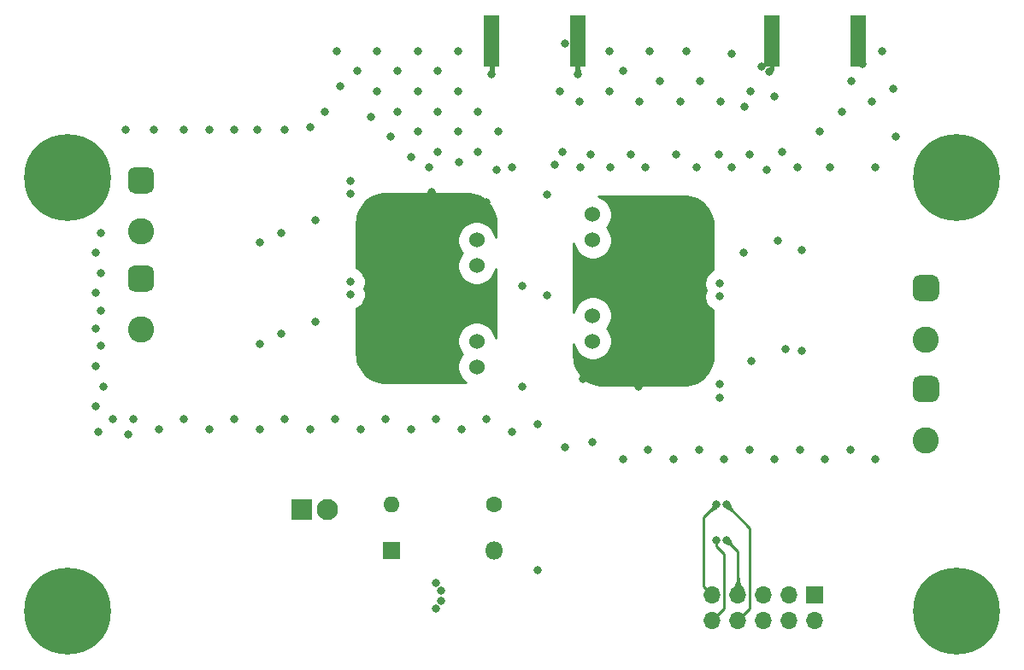
<source format=gbr>
G04 #@! TF.GenerationSoftware,KiCad,Pcbnew,5.1.6-c6e7f7d~87~ubuntu18.04.1*
G04 #@! TF.CreationDate,2021-01-06T14:43:31+00:00*
G04 #@! TF.ProjectId,multi-smtpa,6d756c74-692d-4736-9d74-70612e6b6963,rev?*
G04 #@! TF.SameCoordinates,Original*
G04 #@! TF.FileFunction,Copper,L4,Bot*
G04 #@! TF.FilePolarity,Positive*
%FSLAX46Y46*%
G04 Gerber Fmt 4.6, Leading zero omitted, Abs format (unit mm)*
G04 Created by KiCad (PCBNEW 5.1.6-c6e7f7d~87~ubuntu18.04.1) date 2021-01-06 14:43:31*
%MOMM*%
%LPD*%
G01*
G04 APERTURE LIST*
G04 #@! TA.AperFunction,ComponentPad*
%ADD10C,1.524000*%
G04 #@! TD*
G04 #@! TA.AperFunction,ComponentPad*
%ADD11O,1.700000X1.700000*%
G04 #@! TD*
G04 #@! TA.AperFunction,ComponentPad*
%ADD12R,1.700000X1.700000*%
G04 #@! TD*
G04 #@! TA.AperFunction,ComponentPad*
%ADD13O,1.600000X1.600000*%
G04 #@! TD*
G04 #@! TA.AperFunction,ComponentPad*
%ADD14C,1.600000*%
G04 #@! TD*
G04 #@! TA.AperFunction,ComponentPad*
%ADD15C,2.600000*%
G04 #@! TD*
G04 #@! TA.AperFunction,SMDPad,CuDef*
%ADD16R,1.500000X5.080000*%
G04 #@! TD*
G04 #@! TA.AperFunction,ComponentPad*
%ADD17C,0.900000*%
G04 #@! TD*
G04 #@! TA.AperFunction,ComponentPad*
%ADD18C,8.600000*%
G04 #@! TD*
G04 #@! TA.AperFunction,ComponentPad*
%ADD19C,2.100000*%
G04 #@! TD*
G04 #@! TA.AperFunction,ComponentPad*
%ADD20R,2.100000X2.100000*%
G04 #@! TD*
G04 #@! TA.AperFunction,ComponentPad*
%ADD21O,1.800000X1.800000*%
G04 #@! TD*
G04 #@! TA.AperFunction,ComponentPad*
%ADD22R,1.800000X1.800000*%
G04 #@! TD*
G04 #@! TA.AperFunction,ViaPad*
%ADD23C,0.800000*%
G04 #@! TD*
G04 #@! TA.AperFunction,Conductor*
%ADD24C,0.450000*%
G04 #@! TD*
G04 #@! TA.AperFunction,Conductor*
%ADD25C,0.250000*%
G04 #@! TD*
G04 #@! TA.AperFunction,Conductor*
%ADD26C,0.254000*%
G04 #@! TD*
G04 #@! TA.AperFunction,Conductor*
%ADD27C,0.025400*%
G04 #@! TD*
G04 APERTURE END LIST*
D10*
X158000000Y-69710000D03*
X158000000Y-72250000D03*
X168000000Y-69710000D03*
X168000000Y-72250000D03*
X168000000Y-74790000D03*
X146500000Y-74790000D03*
X146500000Y-72250000D03*
X136500000Y-74790000D03*
X136500000Y-72250000D03*
X136500000Y-69710000D03*
X146500000Y-64790000D03*
X146500000Y-62250000D03*
X136500000Y-64790000D03*
X136500000Y-62250000D03*
X136500000Y-59710000D03*
X158000000Y-59710000D03*
X158000000Y-62250000D03*
X168000000Y-59710000D03*
X168000000Y-62250000D03*
X168000000Y-64790000D03*
D11*
X169840000Y-100000000D03*
X169840000Y-97460000D03*
X172380000Y-100000000D03*
X172380000Y-97460000D03*
X174920000Y-100000000D03*
X174920000Y-97460000D03*
X177460000Y-100000000D03*
X177460000Y-97460000D03*
X180000000Y-100000000D03*
D12*
X180000000Y-97460000D03*
D13*
X138090000Y-88500000D03*
D14*
X148250000Y-88500000D03*
G04 #@! TA.AperFunction,ComponentPad*
G36*
G01*
X190350000Y-65700000D02*
X191650000Y-65700000D01*
G75*
G02*
X192300000Y-66350000I0J-650000D01*
G01*
X192300000Y-67650000D01*
G75*
G02*
X191650000Y-68300000I-650000J0D01*
G01*
X190350000Y-68300000D01*
G75*
G02*
X189700000Y-67650000I0J650000D01*
G01*
X189700000Y-66350000D01*
G75*
G02*
X190350000Y-65700000I650000J0D01*
G01*
G37*
G04 #@! TD.AperFunction*
D15*
X191000000Y-72080000D03*
G04 #@! TA.AperFunction,ComponentPad*
G36*
G01*
X190350000Y-75700000D02*
X191650000Y-75700000D01*
G75*
G02*
X192300000Y-76350000I0J-650000D01*
G01*
X192300000Y-77650000D01*
G75*
G02*
X191650000Y-78300000I-650000J0D01*
G01*
X190350000Y-78300000D01*
G75*
G02*
X189700000Y-77650000I0J650000D01*
G01*
X189700000Y-76350000D01*
G75*
G02*
X190350000Y-75700000I650000J0D01*
G01*
G37*
G04 #@! TD.AperFunction*
X191000000Y-82080000D03*
G04 #@! TA.AperFunction,ComponentPad*
G36*
G01*
X112600000Y-64750000D02*
X113900000Y-64750000D01*
G75*
G02*
X114550000Y-65400000I0J-650000D01*
G01*
X114550000Y-66700000D01*
G75*
G02*
X113900000Y-67350000I-650000J0D01*
G01*
X112600000Y-67350000D01*
G75*
G02*
X111950000Y-66700000I0J650000D01*
G01*
X111950000Y-65400000D01*
G75*
G02*
X112600000Y-64750000I650000J0D01*
G01*
G37*
G04 #@! TD.AperFunction*
X113250000Y-71130000D03*
G04 #@! TA.AperFunction,ComponentPad*
G36*
G01*
X112600000Y-55000000D02*
X113900000Y-55000000D01*
G75*
G02*
X114550000Y-55650000I0J-650000D01*
G01*
X114550000Y-56950000D01*
G75*
G02*
X113900000Y-57600000I-650000J0D01*
G01*
X112600000Y-57600000D01*
G75*
G02*
X111950000Y-56950000I0J650000D01*
G01*
X111950000Y-55650000D01*
G75*
G02*
X112600000Y-55000000I650000J0D01*
G01*
G37*
G04 #@! TD.AperFunction*
X113250000Y-61380000D03*
D16*
X184250000Y-42500000D03*
X175750000Y-42500000D03*
D17*
X108280419Y-53719581D03*
X106000000Y-52775000D03*
X103719581Y-53719581D03*
X102775000Y-56000000D03*
X103719581Y-58280419D03*
X106000000Y-59225000D03*
X108280419Y-58280419D03*
X109225000Y-56000000D03*
D18*
X106000000Y-56000000D03*
D17*
X196280419Y-53719581D03*
X194000000Y-52775000D03*
X191719581Y-53719581D03*
X190775000Y-56000000D03*
X191719581Y-58280419D03*
X194000000Y-59225000D03*
X196280419Y-58280419D03*
X197225000Y-56000000D03*
D18*
X194000000Y-56000000D03*
D17*
X108280419Y-96719581D03*
X106000000Y-95775000D03*
X103719581Y-96719581D03*
X102775000Y-99000000D03*
X103719581Y-101280419D03*
X106000000Y-102225000D03*
X108280419Y-101280419D03*
X109225000Y-99000000D03*
D18*
X106000000Y-99000000D03*
D17*
X196280419Y-96719581D03*
X194000000Y-95775000D03*
X191719581Y-96719581D03*
X190775000Y-99000000D03*
X191719581Y-101280419D03*
X194000000Y-102225000D03*
X196280419Y-101280419D03*
X197225000Y-99000000D03*
D18*
X194000000Y-99000000D03*
D16*
X148000000Y-42500000D03*
X156500000Y-42500000D03*
D19*
X131690000Y-89000000D03*
D20*
X129150000Y-89000000D03*
D21*
X148250000Y-93000000D03*
D22*
X138090000Y-93000000D03*
D23*
X184750000Y-44750000D03*
X183500000Y-83000000D03*
X186000000Y-84000000D03*
X152500000Y-80500000D03*
X155250000Y-82750000D03*
X158000000Y-82250000D03*
X173500000Y-83000000D03*
X181000000Y-84000000D03*
X178500000Y-83000000D03*
X171000000Y-84000000D03*
X168500000Y-83000000D03*
X163500000Y-83000000D03*
X176000000Y-84000000D03*
X166000000Y-84000000D03*
X161000000Y-84000000D03*
X130500000Y-70300000D03*
X173700000Y-74250000D03*
X178700000Y-73200000D03*
X172950000Y-63500000D03*
X178700000Y-63200000D03*
X151000000Y-66750000D03*
X151000000Y-76750000D03*
X153500000Y-67750000D03*
X153500000Y-57750000D03*
X147500000Y-58500000D03*
X142000000Y-57500000D03*
X157000000Y-66000000D03*
X162500000Y-66750000D03*
X157000000Y-76000000D03*
X162500000Y-76750000D03*
X142000000Y-67500000D03*
X147500000Y-68500000D03*
X152500000Y-95000000D03*
X142750000Y-63000000D03*
X142750000Y-62000000D03*
X142750000Y-72000000D03*
X142750000Y-73000000D03*
X161750000Y-72300000D03*
X161750000Y-71300000D03*
X161750000Y-62500000D03*
X161750000Y-61500000D03*
X130500000Y-60300000D03*
X140150000Y-63600000D03*
X140150000Y-73600000D03*
X164350000Y-70700000D03*
X164350000Y-60900000D03*
X166750000Y-61000000D03*
X169250000Y-61000000D03*
X166750000Y-63500000D03*
X169250000Y-63500000D03*
X169250000Y-73500000D03*
X169250000Y-71000000D03*
X166750000Y-71000000D03*
X166750000Y-73500000D03*
X135250000Y-71000000D03*
X135250000Y-73500000D03*
X137750000Y-73500000D03*
X137750000Y-71000000D03*
X135250000Y-61000000D03*
X135250000Y-63500000D03*
X137750000Y-63500000D03*
X137750000Y-61000000D03*
X156500000Y-45750000D03*
X148000000Y-45750000D03*
X132647619Y-43485000D03*
X134647619Y-45485000D03*
X136647619Y-43485000D03*
X136647619Y-47485000D03*
X138647619Y-45485000D03*
X138647619Y-49485000D03*
X140647619Y-43485000D03*
X140647619Y-47485000D03*
X140647619Y-51485000D03*
X142647619Y-45485000D03*
X142647619Y-49485000D03*
X142647619Y-53485000D03*
X144647619Y-43485000D03*
X144647619Y-47485000D03*
X144647619Y-51485000D03*
X146647619Y-49485000D03*
X146647619Y-53485000D03*
X148647619Y-51485000D03*
X156647619Y-48485000D03*
X159647619Y-43485000D03*
X159647619Y-47485000D03*
X161000000Y-45485000D03*
X162647619Y-48485000D03*
X163647619Y-43485000D03*
X164647619Y-46485000D03*
X166647619Y-48485000D03*
X168647619Y-46485000D03*
X170647619Y-48485000D03*
X176000000Y-48000000D03*
X173647619Y-47485000D03*
X173000000Y-49000000D03*
X182647619Y-49485000D03*
X183647619Y-46485000D03*
X185647619Y-48485000D03*
X186647619Y-43485000D03*
X186000000Y-55000000D03*
X188000000Y-52000000D03*
X150000000Y-55000000D03*
X140000000Y-54000000D03*
X136000000Y-50000000D03*
X133000000Y-47000000D03*
X138000000Y-52000000D03*
X112500000Y-80000000D03*
X115000000Y-81000000D03*
X117500000Y-80000000D03*
X120000000Y-81000000D03*
X122500000Y-80000000D03*
X125000000Y-81000000D03*
X127500000Y-80000000D03*
X130000000Y-81000000D03*
X132500000Y-80000000D03*
X135000000Y-81000000D03*
X137500000Y-80000000D03*
X140000000Y-81000000D03*
X142500000Y-80000000D03*
X145000000Y-81000000D03*
X147500000Y-80000000D03*
X150000000Y-81250000D03*
X180500000Y-51500000D03*
X181500000Y-55000000D03*
X178250000Y-55000000D03*
X176750000Y-53500000D03*
X173500000Y-53750000D03*
X175250000Y-55250000D03*
X171750000Y-55000000D03*
X170500000Y-53750000D03*
X168250000Y-55000000D03*
X166250000Y-53750000D03*
X163250000Y-55000000D03*
X161750000Y-53750000D03*
X159750000Y-55000000D03*
X157750000Y-53750000D03*
X156750000Y-55000000D03*
X154250000Y-54750000D03*
X155000000Y-53500000D03*
X141750000Y-55000000D03*
X148500000Y-55250000D03*
X144750000Y-54500000D03*
X155250000Y-42750000D03*
X154750000Y-47500000D03*
X167250000Y-43500000D03*
X171750000Y-43750000D03*
X174750000Y-45000000D03*
X187750000Y-47250000D03*
X111750000Y-51250000D03*
X114500000Y-51250000D03*
X117500000Y-51250000D03*
X120000000Y-51250000D03*
X122500000Y-51250000D03*
X124750000Y-51250000D03*
X127500000Y-51250000D03*
X130000000Y-51000000D03*
X131500000Y-49500000D03*
X109250000Y-61500000D03*
X108750000Y-63500000D03*
X109250000Y-65500000D03*
X108750000Y-67500000D03*
X109250000Y-69250000D03*
X108750000Y-71000000D03*
X109250000Y-72750000D03*
X108750000Y-74750000D03*
X109500000Y-76750000D03*
X108750000Y-78750000D03*
X110500000Y-80000000D03*
X109000000Y-81250000D03*
X112000000Y-81500000D03*
X125000000Y-72500000D03*
X125000000Y-62500000D03*
X175500000Y-45500000D03*
X127100000Y-71500000D03*
X177100000Y-73050000D03*
X176350000Y-62300000D03*
X127100000Y-61500000D03*
X142500000Y-96250000D03*
X143000000Y-97000000D03*
X143000000Y-98000000D03*
X142500000Y-98750000D03*
X133955900Y-66371500D03*
X133955900Y-67641500D03*
X170594100Y-67838700D03*
X170594100Y-66568700D03*
X133955900Y-56363900D03*
X133955900Y-57621200D03*
X170606800Y-77846300D03*
X170606800Y-76550900D03*
X170250000Y-92000000D03*
X170250000Y-88500000D03*
X171250000Y-88500000D03*
X171250000Y-92000000D03*
D24*
X156500000Y-42500000D02*
X156500000Y-45750000D01*
X148000000Y-45750000D02*
X148000000Y-42500000D01*
X175750000Y-42500000D02*
X175750000Y-45250000D01*
X175750000Y-45250000D02*
X175500000Y-45500000D01*
D25*
X171015001Y-93330686D02*
X170250000Y-92565685D01*
X171015001Y-98824999D02*
X171015001Y-93330686D01*
X170250000Y-92565685D02*
X170250000Y-92000000D01*
X169840000Y-100000000D02*
X171015001Y-98824999D01*
X168990001Y-96610001D02*
X168990001Y-89759999D01*
X168990001Y-89759999D02*
X170250000Y-88500000D01*
X169840000Y-97460000D02*
X168990001Y-96610001D01*
X173555001Y-90805001D02*
X171250000Y-88500000D01*
X173555001Y-98824999D02*
X173555001Y-90805001D01*
X172380000Y-100000000D02*
X173555001Y-98824999D01*
X172380000Y-93130000D02*
X171250000Y-92000000D01*
X172380000Y-97460000D02*
X172380000Y-93130000D01*
D26*
G36*
X145821646Y-57645263D02*
G01*
X146139266Y-57699228D01*
X146448818Y-57788409D01*
X146746468Y-57911700D01*
X147028421Y-58067529D01*
X147291156Y-58253951D01*
X147531376Y-58468624D01*
X147746049Y-58708844D01*
X147932471Y-58971579D01*
X148088300Y-59253532D01*
X148211591Y-59551182D01*
X148300772Y-59860734D01*
X148354737Y-60178354D01*
X148373000Y-60503560D01*
X148373000Y-61983512D01*
X148316407Y-61698999D01*
X148174010Y-61355223D01*
X147967282Y-61045833D01*
X147704167Y-60782718D01*
X147394777Y-60575990D01*
X147051001Y-60433593D01*
X146686050Y-60361000D01*
X146313950Y-60361000D01*
X145948999Y-60433593D01*
X145605223Y-60575990D01*
X145295833Y-60782718D01*
X145032718Y-61045833D01*
X144825990Y-61355223D01*
X144683593Y-61698999D01*
X144611000Y-62063950D01*
X144611000Y-62436050D01*
X144683593Y-62801001D01*
X144825990Y-63144777D01*
X145032718Y-63454167D01*
X145098551Y-63520000D01*
X145032718Y-63585833D01*
X144825990Y-63895223D01*
X144683593Y-64238999D01*
X144611000Y-64603950D01*
X144611000Y-64976050D01*
X144683593Y-65341001D01*
X144825990Y-65684777D01*
X145032718Y-65994167D01*
X145295833Y-66257282D01*
X145605223Y-66464010D01*
X145948999Y-66606407D01*
X146313950Y-66679000D01*
X146686050Y-66679000D01*
X147051001Y-66606407D01*
X147394777Y-66464010D01*
X147704167Y-66257282D01*
X147967282Y-65994167D01*
X148174010Y-65684777D01*
X148316407Y-65341001D01*
X148373000Y-65056488D01*
X148373000Y-71983512D01*
X148316407Y-71698999D01*
X148174010Y-71355223D01*
X147967282Y-71045833D01*
X147704167Y-70782718D01*
X147394777Y-70575990D01*
X147051001Y-70433593D01*
X146686050Y-70361000D01*
X146313950Y-70361000D01*
X145948999Y-70433593D01*
X145605223Y-70575990D01*
X145295833Y-70782718D01*
X145032718Y-71045833D01*
X144825990Y-71355223D01*
X144683593Y-71698999D01*
X144611000Y-72063950D01*
X144611000Y-72436050D01*
X144683593Y-72801001D01*
X144825990Y-73144777D01*
X145032718Y-73454167D01*
X145098551Y-73520000D01*
X145032718Y-73585833D01*
X144825990Y-73895223D01*
X144683593Y-74238999D01*
X144611000Y-74603950D01*
X144611000Y-74976050D01*
X144683593Y-75341001D01*
X144825990Y-75684777D01*
X145032718Y-75994167D01*
X145295833Y-76257282D01*
X145469017Y-76373000D01*
X137503560Y-76373000D01*
X137178354Y-76354737D01*
X136860734Y-76300772D01*
X136551182Y-76211591D01*
X136253532Y-76088300D01*
X135971579Y-75932471D01*
X135708844Y-75746049D01*
X135468624Y-75531376D01*
X135253951Y-75291156D01*
X135067529Y-75028421D01*
X134911700Y-74746468D01*
X134788409Y-74448818D01*
X134699228Y-74139266D01*
X134645263Y-73821646D01*
X134627000Y-73496440D01*
X134627000Y-69016335D01*
X134679206Y-68994710D01*
X134929306Y-68827599D01*
X135141999Y-68614906D01*
X135309110Y-68364806D01*
X135424219Y-68086910D01*
X135482900Y-67791896D01*
X135482900Y-67491104D01*
X135424219Y-67196090D01*
X135345688Y-67006500D01*
X135424219Y-66816910D01*
X135482900Y-66521896D01*
X135482900Y-66221104D01*
X135424219Y-65926090D01*
X135309110Y-65648194D01*
X135141999Y-65398094D01*
X134929306Y-65185401D01*
X134679206Y-65018290D01*
X134627000Y-64996665D01*
X134627000Y-60503560D01*
X134645263Y-60178354D01*
X134699228Y-59860734D01*
X134788409Y-59551182D01*
X134911700Y-59253532D01*
X135067529Y-58971579D01*
X135253951Y-58708844D01*
X135468624Y-58468624D01*
X135708844Y-58253951D01*
X135971579Y-58067529D01*
X136253532Y-57911700D01*
X136551182Y-57788409D01*
X136860734Y-57699228D01*
X137178354Y-57645263D01*
X137503560Y-57627000D01*
X145496440Y-57627000D01*
X145821646Y-57645263D01*
G37*
X145821646Y-57645263D02*
X146139266Y-57699228D01*
X146448818Y-57788409D01*
X146746468Y-57911700D01*
X147028421Y-58067529D01*
X147291156Y-58253951D01*
X147531376Y-58468624D01*
X147746049Y-58708844D01*
X147932471Y-58971579D01*
X148088300Y-59253532D01*
X148211591Y-59551182D01*
X148300772Y-59860734D01*
X148354737Y-60178354D01*
X148373000Y-60503560D01*
X148373000Y-61983512D01*
X148316407Y-61698999D01*
X148174010Y-61355223D01*
X147967282Y-61045833D01*
X147704167Y-60782718D01*
X147394777Y-60575990D01*
X147051001Y-60433593D01*
X146686050Y-60361000D01*
X146313950Y-60361000D01*
X145948999Y-60433593D01*
X145605223Y-60575990D01*
X145295833Y-60782718D01*
X145032718Y-61045833D01*
X144825990Y-61355223D01*
X144683593Y-61698999D01*
X144611000Y-62063950D01*
X144611000Y-62436050D01*
X144683593Y-62801001D01*
X144825990Y-63144777D01*
X145032718Y-63454167D01*
X145098551Y-63520000D01*
X145032718Y-63585833D01*
X144825990Y-63895223D01*
X144683593Y-64238999D01*
X144611000Y-64603950D01*
X144611000Y-64976050D01*
X144683593Y-65341001D01*
X144825990Y-65684777D01*
X145032718Y-65994167D01*
X145295833Y-66257282D01*
X145605223Y-66464010D01*
X145948999Y-66606407D01*
X146313950Y-66679000D01*
X146686050Y-66679000D01*
X147051001Y-66606407D01*
X147394777Y-66464010D01*
X147704167Y-66257282D01*
X147967282Y-65994167D01*
X148174010Y-65684777D01*
X148316407Y-65341001D01*
X148373000Y-65056488D01*
X148373000Y-71983512D01*
X148316407Y-71698999D01*
X148174010Y-71355223D01*
X147967282Y-71045833D01*
X147704167Y-70782718D01*
X147394777Y-70575990D01*
X147051001Y-70433593D01*
X146686050Y-70361000D01*
X146313950Y-70361000D01*
X145948999Y-70433593D01*
X145605223Y-70575990D01*
X145295833Y-70782718D01*
X145032718Y-71045833D01*
X144825990Y-71355223D01*
X144683593Y-71698999D01*
X144611000Y-72063950D01*
X144611000Y-72436050D01*
X144683593Y-72801001D01*
X144825990Y-73144777D01*
X145032718Y-73454167D01*
X145098551Y-73520000D01*
X145032718Y-73585833D01*
X144825990Y-73895223D01*
X144683593Y-74238999D01*
X144611000Y-74603950D01*
X144611000Y-74976050D01*
X144683593Y-75341001D01*
X144825990Y-75684777D01*
X145032718Y-75994167D01*
X145295833Y-76257282D01*
X145469017Y-76373000D01*
X137503560Y-76373000D01*
X137178354Y-76354737D01*
X136860734Y-76300772D01*
X136551182Y-76211591D01*
X136253532Y-76088300D01*
X135971579Y-75932471D01*
X135708844Y-75746049D01*
X135468624Y-75531376D01*
X135253951Y-75291156D01*
X135067529Y-75028421D01*
X134911700Y-74746468D01*
X134788409Y-74448818D01*
X134699228Y-74139266D01*
X134645263Y-73821646D01*
X134627000Y-73496440D01*
X134627000Y-69016335D01*
X134679206Y-68994710D01*
X134929306Y-68827599D01*
X135141999Y-68614906D01*
X135309110Y-68364806D01*
X135424219Y-68086910D01*
X135482900Y-67791896D01*
X135482900Y-67491104D01*
X135424219Y-67196090D01*
X135345688Y-67006500D01*
X135424219Y-66816910D01*
X135482900Y-66521896D01*
X135482900Y-66221104D01*
X135424219Y-65926090D01*
X135309110Y-65648194D01*
X135141999Y-65398094D01*
X134929306Y-65185401D01*
X134679206Y-65018290D01*
X134627000Y-64996665D01*
X134627000Y-60503560D01*
X134645263Y-60178354D01*
X134699228Y-59860734D01*
X134788409Y-59551182D01*
X134911700Y-59253532D01*
X135067529Y-58971579D01*
X135253951Y-58708844D01*
X135468624Y-58468624D01*
X135708844Y-58253951D01*
X135971579Y-58067529D01*
X136253532Y-57911700D01*
X136551182Y-57788409D01*
X136860734Y-57699228D01*
X137178354Y-57645263D01*
X137503560Y-57627000D01*
X145496440Y-57627000D01*
X145821646Y-57645263D01*
G36*
X167321646Y-57895263D02*
G01*
X167639266Y-57949228D01*
X167948818Y-58038409D01*
X168246468Y-58161700D01*
X168528421Y-58317529D01*
X168791156Y-58503951D01*
X169031376Y-58718624D01*
X169246049Y-58958844D01*
X169432471Y-59221579D01*
X169588300Y-59503532D01*
X169711591Y-59801182D01*
X169800772Y-60110734D01*
X169854737Y-60428354D01*
X169873000Y-60753560D01*
X169873000Y-65214576D01*
X169870794Y-65215490D01*
X169620694Y-65382601D01*
X169408001Y-65595294D01*
X169240890Y-65845394D01*
X169125781Y-66123290D01*
X169067100Y-66418304D01*
X169067100Y-66719096D01*
X169125781Y-67014110D01*
X169204312Y-67203700D01*
X169125781Y-67393290D01*
X169067100Y-67688304D01*
X169067100Y-67989096D01*
X169125781Y-68284110D01*
X169240890Y-68562006D01*
X169408001Y-68812106D01*
X169620694Y-69024799D01*
X169870794Y-69191910D01*
X169873000Y-69192824D01*
X169873000Y-73746440D01*
X169854737Y-74071646D01*
X169800772Y-74389266D01*
X169711591Y-74698818D01*
X169588300Y-74996468D01*
X169432471Y-75278421D01*
X169246049Y-75541156D01*
X169031376Y-75781376D01*
X168791156Y-75996049D01*
X168528421Y-76182471D01*
X168246468Y-76338300D01*
X167948818Y-76461591D01*
X167639266Y-76550772D01*
X167321646Y-76604737D01*
X166996440Y-76623000D01*
X159003560Y-76623000D01*
X158678354Y-76604737D01*
X158360734Y-76550772D01*
X158051182Y-76461591D01*
X157753532Y-76338300D01*
X157471579Y-76182471D01*
X157208844Y-75996049D01*
X156968624Y-75781376D01*
X156753951Y-75541156D01*
X156567529Y-75278421D01*
X156411700Y-74996468D01*
X156288409Y-74698818D01*
X156199228Y-74389266D01*
X156145263Y-74071646D01*
X156127000Y-73746440D01*
X156127000Y-72516488D01*
X156183593Y-72801001D01*
X156325990Y-73144777D01*
X156532718Y-73454167D01*
X156795833Y-73717282D01*
X157105223Y-73924010D01*
X157448999Y-74066407D01*
X157813950Y-74139000D01*
X158186050Y-74139000D01*
X158551001Y-74066407D01*
X158894777Y-73924010D01*
X159204167Y-73717282D01*
X159467282Y-73454167D01*
X159674010Y-73144777D01*
X159816407Y-72801001D01*
X159889000Y-72436050D01*
X159889000Y-72063950D01*
X159816407Y-71698999D01*
X159674010Y-71355223D01*
X159467282Y-71045833D01*
X159401449Y-70980000D01*
X159467282Y-70914167D01*
X159674010Y-70604777D01*
X159816407Y-70261001D01*
X159889000Y-69896050D01*
X159889000Y-69523950D01*
X159816407Y-69158999D01*
X159674010Y-68815223D01*
X159467282Y-68505833D01*
X159204167Y-68242718D01*
X158894777Y-68035990D01*
X158551001Y-67893593D01*
X158186050Y-67821000D01*
X157813950Y-67821000D01*
X157448999Y-67893593D01*
X157105223Y-68035990D01*
X156795833Y-68242718D01*
X156532718Y-68505833D01*
X156325990Y-68815223D01*
X156183593Y-69158999D01*
X156127000Y-69443512D01*
X156127000Y-62516488D01*
X156183593Y-62801001D01*
X156325990Y-63144777D01*
X156532718Y-63454167D01*
X156795833Y-63717282D01*
X157105223Y-63924010D01*
X157448999Y-64066407D01*
X157813950Y-64139000D01*
X158186050Y-64139000D01*
X158551001Y-64066407D01*
X158894777Y-63924010D01*
X159204167Y-63717282D01*
X159467282Y-63454167D01*
X159674010Y-63144777D01*
X159816407Y-62801001D01*
X159889000Y-62436050D01*
X159889000Y-62063950D01*
X159816407Y-61698999D01*
X159674010Y-61355223D01*
X159467282Y-61045833D01*
X159401449Y-60980000D01*
X159467282Y-60914167D01*
X159674010Y-60604777D01*
X159816407Y-60261001D01*
X159889000Y-59896050D01*
X159889000Y-59523950D01*
X159816407Y-59158999D01*
X159674010Y-58815223D01*
X159467282Y-58505833D01*
X159204167Y-58242718D01*
X158894777Y-58035990D01*
X158590904Y-57910121D01*
X158678354Y-57895263D01*
X159003560Y-57877000D01*
X166996440Y-57877000D01*
X167321646Y-57895263D01*
G37*
X167321646Y-57895263D02*
X167639266Y-57949228D01*
X167948818Y-58038409D01*
X168246468Y-58161700D01*
X168528421Y-58317529D01*
X168791156Y-58503951D01*
X169031376Y-58718624D01*
X169246049Y-58958844D01*
X169432471Y-59221579D01*
X169588300Y-59503532D01*
X169711591Y-59801182D01*
X169800772Y-60110734D01*
X169854737Y-60428354D01*
X169873000Y-60753560D01*
X169873000Y-65214576D01*
X169870794Y-65215490D01*
X169620694Y-65382601D01*
X169408001Y-65595294D01*
X169240890Y-65845394D01*
X169125781Y-66123290D01*
X169067100Y-66418304D01*
X169067100Y-66719096D01*
X169125781Y-67014110D01*
X169204312Y-67203700D01*
X169125781Y-67393290D01*
X169067100Y-67688304D01*
X169067100Y-67989096D01*
X169125781Y-68284110D01*
X169240890Y-68562006D01*
X169408001Y-68812106D01*
X169620694Y-69024799D01*
X169870794Y-69191910D01*
X169873000Y-69192824D01*
X169873000Y-73746440D01*
X169854737Y-74071646D01*
X169800772Y-74389266D01*
X169711591Y-74698818D01*
X169588300Y-74996468D01*
X169432471Y-75278421D01*
X169246049Y-75541156D01*
X169031376Y-75781376D01*
X168791156Y-75996049D01*
X168528421Y-76182471D01*
X168246468Y-76338300D01*
X167948818Y-76461591D01*
X167639266Y-76550772D01*
X167321646Y-76604737D01*
X166996440Y-76623000D01*
X159003560Y-76623000D01*
X158678354Y-76604737D01*
X158360734Y-76550772D01*
X158051182Y-76461591D01*
X157753532Y-76338300D01*
X157471579Y-76182471D01*
X157208844Y-75996049D01*
X156968624Y-75781376D01*
X156753951Y-75541156D01*
X156567529Y-75278421D01*
X156411700Y-74996468D01*
X156288409Y-74698818D01*
X156199228Y-74389266D01*
X156145263Y-74071646D01*
X156127000Y-73746440D01*
X156127000Y-72516488D01*
X156183593Y-72801001D01*
X156325990Y-73144777D01*
X156532718Y-73454167D01*
X156795833Y-73717282D01*
X157105223Y-73924010D01*
X157448999Y-74066407D01*
X157813950Y-74139000D01*
X158186050Y-74139000D01*
X158551001Y-74066407D01*
X158894777Y-73924010D01*
X159204167Y-73717282D01*
X159467282Y-73454167D01*
X159674010Y-73144777D01*
X159816407Y-72801001D01*
X159889000Y-72436050D01*
X159889000Y-72063950D01*
X159816407Y-71698999D01*
X159674010Y-71355223D01*
X159467282Y-71045833D01*
X159401449Y-70980000D01*
X159467282Y-70914167D01*
X159674010Y-70604777D01*
X159816407Y-70261001D01*
X159889000Y-69896050D01*
X159889000Y-69523950D01*
X159816407Y-69158999D01*
X159674010Y-68815223D01*
X159467282Y-68505833D01*
X159204167Y-68242718D01*
X158894777Y-68035990D01*
X158551001Y-67893593D01*
X158186050Y-67821000D01*
X157813950Y-67821000D01*
X157448999Y-67893593D01*
X157105223Y-68035990D01*
X156795833Y-68242718D01*
X156532718Y-68505833D01*
X156325990Y-68815223D01*
X156183593Y-69158999D01*
X156127000Y-69443512D01*
X156127000Y-62516488D01*
X156183593Y-62801001D01*
X156325990Y-63144777D01*
X156532718Y-63454167D01*
X156795833Y-63717282D01*
X157105223Y-63924010D01*
X157448999Y-64066407D01*
X157813950Y-64139000D01*
X158186050Y-64139000D01*
X158551001Y-64066407D01*
X158894777Y-63924010D01*
X159204167Y-63717282D01*
X159467282Y-63454167D01*
X159674010Y-63144777D01*
X159816407Y-62801001D01*
X159889000Y-62436050D01*
X159889000Y-62063950D01*
X159816407Y-61698999D01*
X159674010Y-61355223D01*
X159467282Y-61045833D01*
X159401449Y-60980000D01*
X159467282Y-60914167D01*
X159674010Y-60604777D01*
X159816407Y-60261001D01*
X159889000Y-59896050D01*
X159889000Y-59523950D01*
X159816407Y-59158999D01*
X159674010Y-58815223D01*
X159467282Y-58505833D01*
X159204167Y-58242718D01*
X158894777Y-58035990D01*
X158590904Y-57910121D01*
X158678354Y-57895263D01*
X159003560Y-57877000D01*
X166996440Y-57877000D01*
X167321646Y-57895263D01*
D27*
G36*
X156702522Y-44972619D02*
G01*
X156712590Y-44996605D01*
X156712714Y-45016497D01*
X156712715Y-45016589D01*
X156713296Y-45059790D01*
X156713298Y-45059881D01*
X156713955Y-45091699D01*
X156713958Y-45091811D01*
X156715519Y-45144747D01*
X156715522Y-45144859D01*
X156716037Y-45158308D01*
X156716043Y-45158449D01*
X156719189Y-45222114D01*
X156719197Y-45222253D01*
X156719439Y-45226259D01*
X156719451Y-45226441D01*
X156723609Y-45282000D01*
X156723624Y-45282181D01*
X156723978Y-45286149D01*
X156724002Y-45286389D01*
X156729148Y-45333856D01*
X156729177Y-45334098D01*
X156729676Y-45338001D01*
X156729723Y-45338333D01*
X156735824Y-45377733D01*
X156735880Y-45378066D01*
X156736570Y-45381854D01*
X156736669Y-45382346D01*
X156743679Y-45413732D01*
X156743799Y-45414221D01*
X156744745Y-45417786D01*
X156744976Y-45418558D01*
X156752830Y-45442036D01*
X156753111Y-45442794D01*
X156754364Y-45445873D01*
X156754981Y-45447174D01*
X156762221Y-45460428D01*
X156762611Y-45469078D01*
X156629834Y-45699379D01*
X156574266Y-45754996D01*
X156500000Y-45774908D01*
X156425734Y-45754996D01*
X156370166Y-45699379D01*
X156237388Y-45469078D01*
X156237779Y-45460427D01*
X156245018Y-45447173D01*
X156245635Y-45445873D01*
X156246888Y-45442794D01*
X156247169Y-45442036D01*
X156255023Y-45418558D01*
X156255254Y-45417786D01*
X156256200Y-45414221D01*
X156256320Y-45413732D01*
X156263330Y-45382346D01*
X156263429Y-45381854D01*
X156264119Y-45378066D01*
X156264175Y-45377733D01*
X156270276Y-45338333D01*
X156270324Y-45338000D01*
X156270823Y-45334096D01*
X156270851Y-45333855D01*
X156275997Y-45286389D01*
X156276021Y-45286149D01*
X156276375Y-45282181D01*
X156276390Y-45282000D01*
X156280548Y-45226441D01*
X156280560Y-45226259D01*
X156280802Y-45222253D01*
X156280810Y-45222114D01*
X156283956Y-45158449D01*
X156283962Y-45158308D01*
X156284477Y-45144859D01*
X156284480Y-45144747D01*
X156286041Y-45091811D01*
X156286044Y-45091699D01*
X156286701Y-45059864D01*
X156286703Y-45059773D01*
X156287284Y-45016606D01*
X156287285Y-45016515D01*
X156287410Y-44996605D01*
X156297477Y-44972619D01*
X156321529Y-44962700D01*
X156678471Y-44962700D01*
X156702522Y-44972619D01*
G37*
X156702522Y-44972619D02*
X156712590Y-44996605D01*
X156712714Y-45016497D01*
X156712715Y-45016589D01*
X156713296Y-45059790D01*
X156713298Y-45059881D01*
X156713955Y-45091699D01*
X156713958Y-45091811D01*
X156715519Y-45144747D01*
X156715522Y-45144859D01*
X156716037Y-45158308D01*
X156716043Y-45158449D01*
X156719189Y-45222114D01*
X156719197Y-45222253D01*
X156719439Y-45226259D01*
X156719451Y-45226441D01*
X156723609Y-45282000D01*
X156723624Y-45282181D01*
X156723978Y-45286149D01*
X156724002Y-45286389D01*
X156729148Y-45333856D01*
X156729177Y-45334098D01*
X156729676Y-45338001D01*
X156729723Y-45338333D01*
X156735824Y-45377733D01*
X156735880Y-45378066D01*
X156736570Y-45381854D01*
X156736669Y-45382346D01*
X156743679Y-45413732D01*
X156743799Y-45414221D01*
X156744745Y-45417786D01*
X156744976Y-45418558D01*
X156752830Y-45442036D01*
X156753111Y-45442794D01*
X156754364Y-45445873D01*
X156754981Y-45447174D01*
X156762221Y-45460428D01*
X156762611Y-45469078D01*
X156629834Y-45699379D01*
X156574266Y-45754996D01*
X156500000Y-45774908D01*
X156425734Y-45754996D01*
X156370166Y-45699379D01*
X156237388Y-45469078D01*
X156237779Y-45460427D01*
X156245018Y-45447173D01*
X156245635Y-45445873D01*
X156246888Y-45442794D01*
X156247169Y-45442036D01*
X156255023Y-45418558D01*
X156255254Y-45417786D01*
X156256200Y-45414221D01*
X156256320Y-45413732D01*
X156263330Y-45382346D01*
X156263429Y-45381854D01*
X156264119Y-45378066D01*
X156264175Y-45377733D01*
X156270276Y-45338333D01*
X156270324Y-45338000D01*
X156270823Y-45334096D01*
X156270851Y-45333855D01*
X156275997Y-45286389D01*
X156276021Y-45286149D01*
X156276375Y-45282181D01*
X156276390Y-45282000D01*
X156280548Y-45226441D01*
X156280560Y-45226259D01*
X156280802Y-45222253D01*
X156280810Y-45222114D01*
X156283956Y-45158449D01*
X156283962Y-45158308D01*
X156284477Y-45144859D01*
X156284480Y-45144747D01*
X156286041Y-45091811D01*
X156286044Y-45091699D01*
X156286701Y-45059864D01*
X156286703Y-45059773D01*
X156287284Y-45016606D01*
X156287285Y-45016515D01*
X156287410Y-44996605D01*
X156297477Y-44972619D01*
X156321529Y-44962700D01*
X156678471Y-44962700D01*
X156702522Y-44972619D01*
G36*
X156599278Y-42459055D02*
G01*
X156686567Y-42509487D01*
X156752054Y-42587611D01*
X156991850Y-43003535D01*
X156997988Y-43032679D01*
X156985604Y-43060161D01*
X156933258Y-43124380D01*
X156932834Y-43124930D01*
X156932232Y-43125757D01*
X156931857Y-43126301D01*
X156884618Y-43198850D01*
X156884271Y-43199415D01*
X156883510Y-43200729D01*
X156883220Y-43201258D01*
X156842039Y-43280858D01*
X156841773Y-43281405D01*
X156840954Y-43283193D01*
X156840733Y-43283703D01*
X156805525Y-43370393D01*
X156805328Y-43370911D01*
X156804536Y-43373135D01*
X156804377Y-43373611D01*
X156775079Y-43467443D01*
X156774939Y-43467926D01*
X156774237Y-43470533D01*
X156774128Y-43470966D01*
X156750700Y-43571996D01*
X156750607Y-43572436D01*
X156750035Y-43575371D01*
X156749964Y-43575765D01*
X156732382Y-43684046D01*
X156732324Y-43684441D01*
X156731906Y-43687650D01*
X156731865Y-43688006D01*
X156720117Y-43803590D01*
X156720086Y-43803944D01*
X156719834Y-43807376D01*
X156719815Y-43807695D01*
X156713898Y-43930621D01*
X156713886Y-43930941D01*
X156713860Y-43932068D01*
X156696854Y-43971199D01*
X156657342Y-43987300D01*
X156342658Y-43987300D01*
X156303146Y-43971199D01*
X156286140Y-43932068D01*
X156286114Y-43930941D01*
X156286102Y-43930621D01*
X156280185Y-43807695D01*
X156280166Y-43807376D01*
X156279914Y-43803944D01*
X156279883Y-43803590D01*
X156268135Y-43688006D01*
X156268094Y-43687650D01*
X156267676Y-43684441D01*
X156267618Y-43684046D01*
X156250036Y-43575765D01*
X156249965Y-43575371D01*
X156249393Y-43572436D01*
X156249300Y-43571996D01*
X156225872Y-43470966D01*
X156225763Y-43470533D01*
X156225061Y-43467926D01*
X156224921Y-43467443D01*
X156195623Y-43373611D01*
X156195464Y-43373135D01*
X156194672Y-43370911D01*
X156194475Y-43370393D01*
X156159267Y-43283703D01*
X156159046Y-43283193D01*
X156158227Y-43281405D01*
X156157961Y-43280858D01*
X156116780Y-43201258D01*
X156116490Y-43200729D01*
X156115729Y-43199415D01*
X156115382Y-43198850D01*
X156068143Y-43126301D01*
X156067768Y-43125757D01*
X156067166Y-43124930D01*
X156066742Y-43124380D01*
X156014396Y-43060161D01*
X156002012Y-43032679D01*
X156008150Y-43003535D01*
X156247946Y-42587611D01*
X156313433Y-42509487D01*
X156400722Y-42459055D01*
X156500000Y-42441538D01*
X156599278Y-42459055D01*
G37*
X156599278Y-42459055D02*
X156686567Y-42509487D01*
X156752054Y-42587611D01*
X156991850Y-43003535D01*
X156997988Y-43032679D01*
X156985604Y-43060161D01*
X156933258Y-43124380D01*
X156932834Y-43124930D01*
X156932232Y-43125757D01*
X156931857Y-43126301D01*
X156884618Y-43198850D01*
X156884271Y-43199415D01*
X156883510Y-43200729D01*
X156883220Y-43201258D01*
X156842039Y-43280858D01*
X156841773Y-43281405D01*
X156840954Y-43283193D01*
X156840733Y-43283703D01*
X156805525Y-43370393D01*
X156805328Y-43370911D01*
X156804536Y-43373135D01*
X156804377Y-43373611D01*
X156775079Y-43467443D01*
X156774939Y-43467926D01*
X156774237Y-43470533D01*
X156774128Y-43470966D01*
X156750700Y-43571996D01*
X156750607Y-43572436D01*
X156750035Y-43575371D01*
X156749964Y-43575765D01*
X156732382Y-43684046D01*
X156732324Y-43684441D01*
X156731906Y-43687650D01*
X156731865Y-43688006D01*
X156720117Y-43803590D01*
X156720086Y-43803944D01*
X156719834Y-43807376D01*
X156719815Y-43807695D01*
X156713898Y-43930621D01*
X156713886Y-43930941D01*
X156713860Y-43932068D01*
X156696854Y-43971199D01*
X156657342Y-43987300D01*
X156342658Y-43987300D01*
X156303146Y-43971199D01*
X156286140Y-43932068D01*
X156286114Y-43930941D01*
X156286102Y-43930621D01*
X156280185Y-43807695D01*
X156280166Y-43807376D01*
X156279914Y-43803944D01*
X156279883Y-43803590D01*
X156268135Y-43688006D01*
X156268094Y-43687650D01*
X156267676Y-43684441D01*
X156267618Y-43684046D01*
X156250036Y-43575765D01*
X156249965Y-43575371D01*
X156249393Y-43572436D01*
X156249300Y-43571996D01*
X156225872Y-43470966D01*
X156225763Y-43470533D01*
X156225061Y-43467926D01*
X156224921Y-43467443D01*
X156195623Y-43373611D01*
X156195464Y-43373135D01*
X156194672Y-43370911D01*
X156194475Y-43370393D01*
X156159267Y-43283703D01*
X156159046Y-43283193D01*
X156158227Y-43281405D01*
X156157961Y-43280858D01*
X156116780Y-43201258D01*
X156116490Y-43200729D01*
X156115729Y-43199415D01*
X156115382Y-43198850D01*
X156068143Y-43126301D01*
X156067768Y-43125757D01*
X156067166Y-43124930D01*
X156066742Y-43124380D01*
X156014396Y-43060161D01*
X156002012Y-43032679D01*
X156008150Y-43003535D01*
X156247946Y-42587611D01*
X156313433Y-42509487D01*
X156400722Y-42459055D01*
X156500000Y-42441538D01*
X156599278Y-42459055D01*
G36*
X148202522Y-44972619D02*
G01*
X148212590Y-44996605D01*
X148212714Y-45016497D01*
X148212715Y-45016589D01*
X148213296Y-45059790D01*
X148213298Y-45059881D01*
X148213955Y-45091699D01*
X148213958Y-45091811D01*
X148215519Y-45144747D01*
X148215522Y-45144859D01*
X148216037Y-45158308D01*
X148216043Y-45158449D01*
X148219189Y-45222114D01*
X148219197Y-45222253D01*
X148219439Y-45226259D01*
X148219451Y-45226441D01*
X148223609Y-45282000D01*
X148223624Y-45282181D01*
X148223978Y-45286149D01*
X148224002Y-45286389D01*
X148229148Y-45333856D01*
X148229177Y-45334098D01*
X148229676Y-45338001D01*
X148229723Y-45338333D01*
X148235824Y-45377733D01*
X148235880Y-45378066D01*
X148236570Y-45381854D01*
X148236669Y-45382346D01*
X148243679Y-45413732D01*
X148243799Y-45414221D01*
X148244745Y-45417786D01*
X148244976Y-45418558D01*
X148252830Y-45442036D01*
X148253111Y-45442794D01*
X148254364Y-45445873D01*
X148254981Y-45447174D01*
X148262221Y-45460428D01*
X148262611Y-45469078D01*
X148129834Y-45699379D01*
X148074266Y-45754996D01*
X148000000Y-45774908D01*
X147925734Y-45754996D01*
X147870166Y-45699379D01*
X147737388Y-45469078D01*
X147737779Y-45460427D01*
X147745018Y-45447173D01*
X147745635Y-45445873D01*
X147746888Y-45442794D01*
X147747169Y-45442036D01*
X147755023Y-45418558D01*
X147755254Y-45417786D01*
X147756200Y-45414221D01*
X147756320Y-45413732D01*
X147763330Y-45382346D01*
X147763429Y-45381854D01*
X147764119Y-45378066D01*
X147764175Y-45377733D01*
X147770276Y-45338333D01*
X147770324Y-45338000D01*
X147770823Y-45334096D01*
X147770851Y-45333855D01*
X147775997Y-45286389D01*
X147776021Y-45286149D01*
X147776375Y-45282181D01*
X147776390Y-45282000D01*
X147780548Y-45226441D01*
X147780560Y-45226259D01*
X147780802Y-45222253D01*
X147780810Y-45222114D01*
X147783956Y-45158449D01*
X147783962Y-45158308D01*
X147784477Y-45144859D01*
X147784480Y-45144747D01*
X147786041Y-45091811D01*
X147786044Y-45091699D01*
X147786701Y-45059864D01*
X147786703Y-45059773D01*
X147787284Y-45016606D01*
X147787285Y-45016515D01*
X147787410Y-44996605D01*
X147797477Y-44972619D01*
X147821529Y-44962700D01*
X148178471Y-44962700D01*
X148202522Y-44972619D01*
G37*
X148202522Y-44972619D02*
X148212590Y-44996605D01*
X148212714Y-45016497D01*
X148212715Y-45016589D01*
X148213296Y-45059790D01*
X148213298Y-45059881D01*
X148213955Y-45091699D01*
X148213958Y-45091811D01*
X148215519Y-45144747D01*
X148215522Y-45144859D01*
X148216037Y-45158308D01*
X148216043Y-45158449D01*
X148219189Y-45222114D01*
X148219197Y-45222253D01*
X148219439Y-45226259D01*
X148219451Y-45226441D01*
X148223609Y-45282000D01*
X148223624Y-45282181D01*
X148223978Y-45286149D01*
X148224002Y-45286389D01*
X148229148Y-45333856D01*
X148229177Y-45334098D01*
X148229676Y-45338001D01*
X148229723Y-45338333D01*
X148235824Y-45377733D01*
X148235880Y-45378066D01*
X148236570Y-45381854D01*
X148236669Y-45382346D01*
X148243679Y-45413732D01*
X148243799Y-45414221D01*
X148244745Y-45417786D01*
X148244976Y-45418558D01*
X148252830Y-45442036D01*
X148253111Y-45442794D01*
X148254364Y-45445873D01*
X148254981Y-45447174D01*
X148262221Y-45460428D01*
X148262611Y-45469078D01*
X148129834Y-45699379D01*
X148074266Y-45754996D01*
X148000000Y-45774908D01*
X147925734Y-45754996D01*
X147870166Y-45699379D01*
X147737388Y-45469078D01*
X147737779Y-45460427D01*
X147745018Y-45447173D01*
X147745635Y-45445873D01*
X147746888Y-45442794D01*
X147747169Y-45442036D01*
X147755023Y-45418558D01*
X147755254Y-45417786D01*
X147756200Y-45414221D01*
X147756320Y-45413732D01*
X147763330Y-45382346D01*
X147763429Y-45381854D01*
X147764119Y-45378066D01*
X147764175Y-45377733D01*
X147770276Y-45338333D01*
X147770324Y-45338000D01*
X147770823Y-45334096D01*
X147770851Y-45333855D01*
X147775997Y-45286389D01*
X147776021Y-45286149D01*
X147776375Y-45282181D01*
X147776390Y-45282000D01*
X147780548Y-45226441D01*
X147780560Y-45226259D01*
X147780802Y-45222253D01*
X147780810Y-45222114D01*
X147783956Y-45158449D01*
X147783962Y-45158308D01*
X147784477Y-45144859D01*
X147784480Y-45144747D01*
X147786041Y-45091811D01*
X147786044Y-45091699D01*
X147786701Y-45059864D01*
X147786703Y-45059773D01*
X147787284Y-45016606D01*
X147787285Y-45016515D01*
X147787410Y-44996605D01*
X147797477Y-44972619D01*
X147821529Y-44962700D01*
X148178471Y-44962700D01*
X148202522Y-44972619D01*
G36*
X148099278Y-42459055D02*
G01*
X148186567Y-42509487D01*
X148252054Y-42587611D01*
X148491850Y-43003535D01*
X148497988Y-43032679D01*
X148485604Y-43060161D01*
X148433258Y-43124380D01*
X148432834Y-43124930D01*
X148432232Y-43125757D01*
X148431857Y-43126301D01*
X148384618Y-43198850D01*
X148384271Y-43199415D01*
X148383510Y-43200729D01*
X148383220Y-43201258D01*
X148342039Y-43280858D01*
X148341773Y-43281405D01*
X148340954Y-43283193D01*
X148340733Y-43283703D01*
X148305525Y-43370393D01*
X148305328Y-43370911D01*
X148304536Y-43373135D01*
X148304377Y-43373611D01*
X148275079Y-43467443D01*
X148274939Y-43467926D01*
X148274237Y-43470533D01*
X148274128Y-43470966D01*
X148250700Y-43571996D01*
X148250607Y-43572436D01*
X148250035Y-43575371D01*
X148249964Y-43575765D01*
X148232382Y-43684046D01*
X148232324Y-43684441D01*
X148231906Y-43687650D01*
X148231865Y-43688006D01*
X148220117Y-43803590D01*
X148220086Y-43803944D01*
X148219834Y-43807376D01*
X148219815Y-43807695D01*
X148213898Y-43930621D01*
X148213886Y-43930941D01*
X148213860Y-43932068D01*
X148196854Y-43971199D01*
X148157342Y-43987300D01*
X147842658Y-43987300D01*
X147803146Y-43971199D01*
X147786140Y-43932068D01*
X147786114Y-43930941D01*
X147786102Y-43930621D01*
X147780185Y-43807695D01*
X147780166Y-43807376D01*
X147779914Y-43803944D01*
X147779883Y-43803590D01*
X147768135Y-43688006D01*
X147768094Y-43687650D01*
X147767676Y-43684441D01*
X147767618Y-43684046D01*
X147750036Y-43575765D01*
X147749965Y-43575371D01*
X147749393Y-43572436D01*
X147749300Y-43571996D01*
X147725872Y-43470966D01*
X147725763Y-43470533D01*
X147725061Y-43467926D01*
X147724921Y-43467443D01*
X147695623Y-43373611D01*
X147695464Y-43373135D01*
X147694672Y-43370911D01*
X147694475Y-43370393D01*
X147659267Y-43283703D01*
X147659046Y-43283193D01*
X147658227Y-43281405D01*
X147657961Y-43280858D01*
X147616780Y-43201258D01*
X147616490Y-43200729D01*
X147615729Y-43199415D01*
X147615382Y-43198850D01*
X147568143Y-43126301D01*
X147567768Y-43125757D01*
X147567166Y-43124930D01*
X147566742Y-43124380D01*
X147514396Y-43060161D01*
X147502012Y-43032679D01*
X147508150Y-43003535D01*
X147747946Y-42587611D01*
X147813433Y-42509487D01*
X147900722Y-42459055D01*
X148000000Y-42441538D01*
X148099278Y-42459055D01*
G37*
X148099278Y-42459055D02*
X148186567Y-42509487D01*
X148252054Y-42587611D01*
X148491850Y-43003535D01*
X148497988Y-43032679D01*
X148485604Y-43060161D01*
X148433258Y-43124380D01*
X148432834Y-43124930D01*
X148432232Y-43125757D01*
X148431857Y-43126301D01*
X148384618Y-43198850D01*
X148384271Y-43199415D01*
X148383510Y-43200729D01*
X148383220Y-43201258D01*
X148342039Y-43280858D01*
X148341773Y-43281405D01*
X148340954Y-43283193D01*
X148340733Y-43283703D01*
X148305525Y-43370393D01*
X148305328Y-43370911D01*
X148304536Y-43373135D01*
X148304377Y-43373611D01*
X148275079Y-43467443D01*
X148274939Y-43467926D01*
X148274237Y-43470533D01*
X148274128Y-43470966D01*
X148250700Y-43571996D01*
X148250607Y-43572436D01*
X148250035Y-43575371D01*
X148249964Y-43575765D01*
X148232382Y-43684046D01*
X148232324Y-43684441D01*
X148231906Y-43687650D01*
X148231865Y-43688006D01*
X148220117Y-43803590D01*
X148220086Y-43803944D01*
X148219834Y-43807376D01*
X148219815Y-43807695D01*
X148213898Y-43930621D01*
X148213886Y-43930941D01*
X148213860Y-43932068D01*
X148196854Y-43971199D01*
X148157342Y-43987300D01*
X147842658Y-43987300D01*
X147803146Y-43971199D01*
X147786140Y-43932068D01*
X147786114Y-43930941D01*
X147786102Y-43930621D01*
X147780185Y-43807695D01*
X147780166Y-43807376D01*
X147779914Y-43803944D01*
X147779883Y-43803590D01*
X147768135Y-43688006D01*
X147768094Y-43687650D01*
X147767676Y-43684441D01*
X147767618Y-43684046D01*
X147750036Y-43575765D01*
X147749965Y-43575371D01*
X147749393Y-43572436D01*
X147749300Y-43571996D01*
X147725872Y-43470966D01*
X147725763Y-43470533D01*
X147725061Y-43467926D01*
X147724921Y-43467443D01*
X147695623Y-43373611D01*
X147695464Y-43373135D01*
X147694672Y-43370911D01*
X147694475Y-43370393D01*
X147659267Y-43283703D01*
X147659046Y-43283193D01*
X147658227Y-43281405D01*
X147657961Y-43280858D01*
X147616780Y-43201258D01*
X147616490Y-43200729D01*
X147615729Y-43199415D01*
X147615382Y-43198850D01*
X147568143Y-43126301D01*
X147567768Y-43125757D01*
X147567166Y-43124930D01*
X147566742Y-43124380D01*
X147514396Y-43060161D01*
X147502012Y-43032679D01*
X147508150Y-43003535D01*
X147747946Y-42587611D01*
X147813433Y-42509487D01*
X147900722Y-42459055D01*
X148000000Y-42441538D01*
X148099278Y-42459055D01*
G36*
X170267613Y-88482387D02*
G01*
X170306047Y-88548981D01*
X170306012Y-88627602D01*
X170240496Y-88871515D01*
X170219040Y-88888820D01*
X170179223Y-88893052D01*
X170178521Y-88893147D01*
X170177865Y-88893254D01*
X170177191Y-88893382D01*
X170133119Y-88903037D01*
X170132464Y-88903199D01*
X170131560Y-88903448D01*
X170130974Y-88903625D01*
X170086315Y-88918276D01*
X170085738Y-88918481D01*
X170084637Y-88918902D01*
X170084122Y-88919112D01*
X170038827Y-88938745D01*
X170038323Y-88938976D01*
X170037073Y-88939584D01*
X170036634Y-88939809D01*
X169990655Y-88964425D01*
X169990220Y-88964668D01*
X169988869Y-88965461D01*
X169988497Y-88965688D01*
X169941799Y-88995298D01*
X169941433Y-88995540D01*
X169940017Y-88996508D01*
X169939699Y-88996732D01*
X169892254Y-89031348D01*
X169891941Y-89031584D01*
X169890487Y-89032715D01*
X169890220Y-89032929D01*
X169842004Y-89072569D01*
X169841741Y-89072791D01*
X169840273Y-89074066D01*
X169840044Y-89074270D01*
X169793200Y-89116984D01*
X169753133Y-89116543D01*
X169633457Y-88996867D01*
X169633016Y-88956801D01*
X169675730Y-88909955D01*
X169675933Y-88909726D01*
X169677208Y-88908258D01*
X169677430Y-88907995D01*
X169717071Y-88859779D01*
X169717289Y-88859507D01*
X169718419Y-88858053D01*
X169718651Y-88857745D01*
X169753267Y-88810300D01*
X169753491Y-88809982D01*
X169754459Y-88808566D01*
X169754701Y-88808200D01*
X169784311Y-88761502D01*
X169784538Y-88761130D01*
X169785331Y-88759779D01*
X169785574Y-88759344D01*
X169810191Y-88713365D01*
X169810419Y-88712919D01*
X169811026Y-88711669D01*
X169811254Y-88711172D01*
X169830887Y-88665877D01*
X169831097Y-88665362D01*
X169831518Y-88664261D01*
X169831723Y-88663684D01*
X169846374Y-88619025D01*
X169846551Y-88618439D01*
X169846800Y-88617535D01*
X169846962Y-88616880D01*
X169856617Y-88572808D01*
X169856745Y-88572134D01*
X169856852Y-88571478D01*
X169856947Y-88570777D01*
X169861180Y-88530960D01*
X169878485Y-88509504D01*
X170122398Y-88443989D01*
X170201019Y-88443953D01*
X170267613Y-88482387D01*
G37*
X170267613Y-88482387D02*
X170306047Y-88548981D01*
X170306012Y-88627602D01*
X170240496Y-88871515D01*
X170219040Y-88888820D01*
X170179223Y-88893052D01*
X170178521Y-88893147D01*
X170177865Y-88893254D01*
X170177191Y-88893382D01*
X170133119Y-88903037D01*
X170132464Y-88903199D01*
X170131560Y-88903448D01*
X170130974Y-88903625D01*
X170086315Y-88918276D01*
X170085738Y-88918481D01*
X170084637Y-88918902D01*
X170084122Y-88919112D01*
X170038827Y-88938745D01*
X170038323Y-88938976D01*
X170037073Y-88939584D01*
X170036634Y-88939809D01*
X169990655Y-88964425D01*
X169990220Y-88964668D01*
X169988869Y-88965461D01*
X169988497Y-88965688D01*
X169941799Y-88995298D01*
X169941433Y-88995540D01*
X169940017Y-88996508D01*
X169939699Y-88996732D01*
X169892254Y-89031348D01*
X169891941Y-89031584D01*
X169890487Y-89032715D01*
X169890220Y-89032929D01*
X169842004Y-89072569D01*
X169841741Y-89072791D01*
X169840273Y-89074066D01*
X169840044Y-89074270D01*
X169793200Y-89116984D01*
X169753133Y-89116543D01*
X169633457Y-88996867D01*
X169633016Y-88956801D01*
X169675730Y-88909955D01*
X169675933Y-88909726D01*
X169677208Y-88908258D01*
X169677430Y-88907995D01*
X169717071Y-88859779D01*
X169717289Y-88859507D01*
X169718419Y-88858053D01*
X169718651Y-88857745D01*
X169753267Y-88810300D01*
X169753491Y-88809982D01*
X169754459Y-88808566D01*
X169754701Y-88808200D01*
X169784311Y-88761502D01*
X169784538Y-88761130D01*
X169785331Y-88759779D01*
X169785574Y-88759344D01*
X169810191Y-88713365D01*
X169810419Y-88712919D01*
X169811026Y-88711669D01*
X169811254Y-88711172D01*
X169830887Y-88665877D01*
X169831097Y-88665362D01*
X169831518Y-88664261D01*
X169831723Y-88663684D01*
X169846374Y-88619025D01*
X169846551Y-88618439D01*
X169846800Y-88617535D01*
X169846962Y-88616880D01*
X169856617Y-88572808D01*
X169856745Y-88572134D01*
X169856852Y-88571478D01*
X169856947Y-88570777D01*
X169861180Y-88530960D01*
X169878485Y-88509504D01*
X170122398Y-88443989D01*
X170201019Y-88443953D01*
X170267613Y-88482387D01*
G36*
X171377602Y-88443989D02*
G01*
X171621515Y-88509504D01*
X171638820Y-88530960D01*
X171643052Y-88570776D01*
X171643150Y-88571497D01*
X171643258Y-88572153D01*
X171643383Y-88572808D01*
X171653037Y-88616880D01*
X171653199Y-88617535D01*
X171653448Y-88618439D01*
X171653625Y-88619025D01*
X171668276Y-88663684D01*
X171668481Y-88664261D01*
X171668902Y-88665362D01*
X171669112Y-88665877D01*
X171688745Y-88711172D01*
X171688973Y-88711669D01*
X171689580Y-88712919D01*
X171689808Y-88713365D01*
X171714425Y-88759344D01*
X171714668Y-88759779D01*
X171715461Y-88761130D01*
X171715688Y-88761502D01*
X171745298Y-88808200D01*
X171745540Y-88808566D01*
X171746508Y-88809982D01*
X171746732Y-88810300D01*
X171781348Y-88857745D01*
X171781580Y-88858053D01*
X171782710Y-88859507D01*
X171782928Y-88859779D01*
X171822569Y-88907995D01*
X171822791Y-88908258D01*
X171824066Y-88909726D01*
X171824270Y-88909955D01*
X171866984Y-88956799D01*
X171866542Y-88996868D01*
X171746868Y-89116542D01*
X171706799Y-89116984D01*
X171659955Y-89074270D01*
X171659726Y-89074066D01*
X171658258Y-89072791D01*
X171657995Y-89072569D01*
X171609779Y-89032929D01*
X171609512Y-89032715D01*
X171608058Y-89031584D01*
X171607745Y-89031348D01*
X171560300Y-88996732D01*
X171559982Y-88996508D01*
X171558566Y-88995540D01*
X171558200Y-88995298D01*
X171511502Y-88965688D01*
X171511130Y-88965461D01*
X171509779Y-88964668D01*
X171509344Y-88964425D01*
X171463365Y-88939809D01*
X171462926Y-88939584D01*
X171461676Y-88938976D01*
X171461172Y-88938745D01*
X171415877Y-88919112D01*
X171415362Y-88918902D01*
X171414261Y-88918481D01*
X171413684Y-88918276D01*
X171369025Y-88903625D01*
X171368439Y-88903448D01*
X171367535Y-88903199D01*
X171366880Y-88903037D01*
X171322808Y-88893383D01*
X171322153Y-88893258D01*
X171321497Y-88893150D01*
X171320776Y-88893052D01*
X171280960Y-88888820D01*
X171259504Y-88871515D01*
X171193989Y-88627602D01*
X171193953Y-88548981D01*
X171232387Y-88482387D01*
X171298981Y-88443953D01*
X171377602Y-88443989D01*
G37*
X171377602Y-88443989D02*
X171621515Y-88509504D01*
X171638820Y-88530960D01*
X171643052Y-88570776D01*
X171643150Y-88571497D01*
X171643258Y-88572153D01*
X171643383Y-88572808D01*
X171653037Y-88616880D01*
X171653199Y-88617535D01*
X171653448Y-88618439D01*
X171653625Y-88619025D01*
X171668276Y-88663684D01*
X171668481Y-88664261D01*
X171668902Y-88665362D01*
X171669112Y-88665877D01*
X171688745Y-88711172D01*
X171688973Y-88711669D01*
X171689580Y-88712919D01*
X171689808Y-88713365D01*
X171714425Y-88759344D01*
X171714668Y-88759779D01*
X171715461Y-88761130D01*
X171715688Y-88761502D01*
X171745298Y-88808200D01*
X171745540Y-88808566D01*
X171746508Y-88809982D01*
X171746732Y-88810300D01*
X171781348Y-88857745D01*
X171781580Y-88858053D01*
X171782710Y-88859507D01*
X171782928Y-88859779D01*
X171822569Y-88907995D01*
X171822791Y-88908258D01*
X171824066Y-88909726D01*
X171824270Y-88909955D01*
X171866984Y-88956799D01*
X171866542Y-88996868D01*
X171746868Y-89116542D01*
X171706799Y-89116984D01*
X171659955Y-89074270D01*
X171659726Y-89074066D01*
X171658258Y-89072791D01*
X171657995Y-89072569D01*
X171609779Y-89032929D01*
X171609512Y-89032715D01*
X171608058Y-89031584D01*
X171607745Y-89031348D01*
X171560300Y-88996732D01*
X171559982Y-88996508D01*
X171558566Y-88995540D01*
X171558200Y-88995298D01*
X171511502Y-88965688D01*
X171511130Y-88965461D01*
X171509779Y-88964668D01*
X171509344Y-88964425D01*
X171463365Y-88939809D01*
X171462926Y-88939584D01*
X171461676Y-88938976D01*
X171461172Y-88938745D01*
X171415877Y-88919112D01*
X171415362Y-88918902D01*
X171414261Y-88918481D01*
X171413684Y-88918276D01*
X171369025Y-88903625D01*
X171368439Y-88903448D01*
X171367535Y-88903199D01*
X171366880Y-88903037D01*
X171322808Y-88893383D01*
X171322153Y-88893258D01*
X171321497Y-88893150D01*
X171320776Y-88893052D01*
X171280960Y-88888820D01*
X171259504Y-88871515D01*
X171193989Y-88627602D01*
X171193953Y-88548981D01*
X171232387Y-88482387D01*
X171298981Y-88443953D01*
X171377602Y-88443989D01*
G36*
X171377602Y-91943989D02*
G01*
X171621515Y-92009504D01*
X171638820Y-92030960D01*
X171643052Y-92070776D01*
X171643150Y-92071497D01*
X171643258Y-92072153D01*
X171643383Y-92072808D01*
X171653037Y-92116880D01*
X171653199Y-92117535D01*
X171653448Y-92118439D01*
X171653625Y-92119025D01*
X171668276Y-92163684D01*
X171668481Y-92164261D01*
X171668902Y-92165362D01*
X171669112Y-92165877D01*
X171688745Y-92211172D01*
X171688973Y-92211669D01*
X171689580Y-92212919D01*
X171689808Y-92213365D01*
X171714425Y-92259344D01*
X171714668Y-92259779D01*
X171715461Y-92261130D01*
X171715688Y-92261502D01*
X171745298Y-92308200D01*
X171745540Y-92308566D01*
X171746508Y-92309982D01*
X171746732Y-92310300D01*
X171781348Y-92357745D01*
X171781580Y-92358053D01*
X171782710Y-92359507D01*
X171782928Y-92359779D01*
X171822569Y-92407995D01*
X171822791Y-92408258D01*
X171824066Y-92409726D01*
X171824270Y-92409955D01*
X171866984Y-92456799D01*
X171866542Y-92496868D01*
X171746868Y-92616542D01*
X171706799Y-92616984D01*
X171659955Y-92574270D01*
X171659726Y-92574066D01*
X171658258Y-92572791D01*
X171657995Y-92572569D01*
X171609779Y-92532929D01*
X171609512Y-92532715D01*
X171608058Y-92531584D01*
X171607745Y-92531348D01*
X171560300Y-92496732D01*
X171559982Y-92496508D01*
X171558566Y-92495540D01*
X171558200Y-92495298D01*
X171511502Y-92465688D01*
X171511130Y-92465461D01*
X171509779Y-92464668D01*
X171509344Y-92464425D01*
X171463365Y-92439809D01*
X171462926Y-92439584D01*
X171461676Y-92438976D01*
X171461172Y-92438745D01*
X171415877Y-92419112D01*
X171415362Y-92418902D01*
X171414261Y-92418481D01*
X171413684Y-92418276D01*
X171369025Y-92403625D01*
X171368439Y-92403448D01*
X171367535Y-92403199D01*
X171366880Y-92403037D01*
X171322808Y-92393383D01*
X171322153Y-92393258D01*
X171321497Y-92393150D01*
X171320776Y-92393052D01*
X171280960Y-92388820D01*
X171259504Y-92371515D01*
X171193989Y-92127602D01*
X171193953Y-92048981D01*
X171232387Y-91982387D01*
X171298981Y-91943953D01*
X171377602Y-91943989D01*
G37*
X171377602Y-91943989D02*
X171621515Y-92009504D01*
X171638820Y-92030960D01*
X171643052Y-92070776D01*
X171643150Y-92071497D01*
X171643258Y-92072153D01*
X171643383Y-92072808D01*
X171653037Y-92116880D01*
X171653199Y-92117535D01*
X171653448Y-92118439D01*
X171653625Y-92119025D01*
X171668276Y-92163684D01*
X171668481Y-92164261D01*
X171668902Y-92165362D01*
X171669112Y-92165877D01*
X171688745Y-92211172D01*
X171688973Y-92211669D01*
X171689580Y-92212919D01*
X171689808Y-92213365D01*
X171714425Y-92259344D01*
X171714668Y-92259779D01*
X171715461Y-92261130D01*
X171715688Y-92261502D01*
X171745298Y-92308200D01*
X171745540Y-92308566D01*
X171746508Y-92309982D01*
X171746732Y-92310300D01*
X171781348Y-92357745D01*
X171781580Y-92358053D01*
X171782710Y-92359507D01*
X171782928Y-92359779D01*
X171822569Y-92407995D01*
X171822791Y-92408258D01*
X171824066Y-92409726D01*
X171824270Y-92409955D01*
X171866984Y-92456799D01*
X171866542Y-92496868D01*
X171746868Y-92616542D01*
X171706799Y-92616984D01*
X171659955Y-92574270D01*
X171659726Y-92574066D01*
X171658258Y-92572791D01*
X171657995Y-92572569D01*
X171609779Y-92532929D01*
X171609512Y-92532715D01*
X171608058Y-92531584D01*
X171607745Y-92531348D01*
X171560300Y-92496732D01*
X171559982Y-92496508D01*
X171558566Y-92495540D01*
X171558200Y-92495298D01*
X171511502Y-92465688D01*
X171511130Y-92465461D01*
X171509779Y-92464668D01*
X171509344Y-92464425D01*
X171463365Y-92439809D01*
X171462926Y-92439584D01*
X171461676Y-92438976D01*
X171461172Y-92438745D01*
X171415877Y-92419112D01*
X171415362Y-92418902D01*
X171414261Y-92418481D01*
X171413684Y-92418276D01*
X171369025Y-92403625D01*
X171368439Y-92403448D01*
X171367535Y-92403199D01*
X171366880Y-92403037D01*
X171322808Y-92393383D01*
X171322153Y-92393258D01*
X171321497Y-92393150D01*
X171320776Y-92393052D01*
X171280960Y-92388820D01*
X171259504Y-92371515D01*
X171193989Y-92127602D01*
X171193953Y-92048981D01*
X171232387Y-91982387D01*
X171298981Y-91943953D01*
X171377602Y-91943989D01*
G36*
X172476629Y-95739085D02*
G01*
X172494761Y-95779803D01*
X172504083Y-95909840D01*
X172504124Y-95910303D01*
X172504287Y-95911804D01*
X172504349Y-95912289D01*
X172522986Y-96038429D01*
X172523067Y-96038912D01*
X172523272Y-96040006D01*
X172523376Y-96040505D01*
X172551371Y-96162614D01*
X172551496Y-96163113D01*
X172551679Y-96163785D01*
X172551826Y-96164284D01*
X172589243Y-96282377D01*
X172589406Y-96282858D01*
X172589496Y-96283107D01*
X172589694Y-96283620D01*
X172636604Y-96397698D01*
X172637051Y-96398666D01*
X172693366Y-96508406D01*
X172693634Y-96508901D01*
X172693719Y-96509050D01*
X172693974Y-96509478D01*
X172759433Y-96614431D01*
X172759723Y-96614875D01*
X172760064Y-96615374D01*
X172760360Y-96615789D01*
X172834915Y-96716006D01*
X172835228Y-96716409D01*
X172835873Y-96717207D01*
X172836193Y-96717588D01*
X172919694Y-96812992D01*
X172940319Y-96857070D01*
X172930528Y-96904690D01*
X172667054Y-97361683D01*
X172592549Y-97450565D01*
X172493103Y-97508020D01*
X172380000Y-97527976D01*
X172266897Y-97508020D01*
X172167451Y-97450565D01*
X172092946Y-97361683D01*
X171829472Y-96904690D01*
X171819681Y-96857070D01*
X171840306Y-96812992D01*
X171923807Y-96717588D01*
X171924127Y-96717207D01*
X171924772Y-96716409D01*
X171925085Y-96716006D01*
X171999640Y-96615790D01*
X171999942Y-96615366D01*
X172000283Y-96614866D01*
X172000567Y-96614431D01*
X172066026Y-96509479D01*
X172066281Y-96509051D01*
X172066366Y-96508902D01*
X172066634Y-96508407D01*
X172122949Y-96398667D01*
X172123341Y-96397675D01*
X172123396Y-96397698D01*
X172170306Y-96283620D01*
X172170504Y-96283107D01*
X172170594Y-96282858D01*
X172170757Y-96282377D01*
X172208174Y-96164284D01*
X172208321Y-96163785D01*
X172208504Y-96163113D01*
X172208629Y-96162614D01*
X172236624Y-96040505D01*
X172236728Y-96040006D01*
X172236933Y-96038912D01*
X172237014Y-96038429D01*
X172255651Y-95912289D01*
X172255713Y-95911804D01*
X172255876Y-95910303D01*
X172255917Y-95909840D01*
X172265239Y-95779803D01*
X172283371Y-95739085D01*
X172324657Y-95722405D01*
X172435343Y-95722405D01*
X172476629Y-95739085D01*
G37*
X172476629Y-95739085D02*
X172494761Y-95779803D01*
X172504083Y-95909840D01*
X172504124Y-95910303D01*
X172504287Y-95911804D01*
X172504349Y-95912289D01*
X172522986Y-96038429D01*
X172523067Y-96038912D01*
X172523272Y-96040006D01*
X172523376Y-96040505D01*
X172551371Y-96162614D01*
X172551496Y-96163113D01*
X172551679Y-96163785D01*
X172551826Y-96164284D01*
X172589243Y-96282377D01*
X172589406Y-96282858D01*
X172589496Y-96283107D01*
X172589694Y-96283620D01*
X172636604Y-96397698D01*
X172637051Y-96398666D01*
X172693366Y-96508406D01*
X172693634Y-96508901D01*
X172693719Y-96509050D01*
X172693974Y-96509478D01*
X172759433Y-96614431D01*
X172759723Y-96614875D01*
X172760064Y-96615374D01*
X172760360Y-96615789D01*
X172834915Y-96716006D01*
X172835228Y-96716409D01*
X172835873Y-96717207D01*
X172836193Y-96717588D01*
X172919694Y-96812992D01*
X172940319Y-96857070D01*
X172930528Y-96904690D01*
X172667054Y-97361683D01*
X172592549Y-97450565D01*
X172493103Y-97508020D01*
X172380000Y-97527976D01*
X172266897Y-97508020D01*
X172167451Y-97450565D01*
X172092946Y-97361683D01*
X171829472Y-96904690D01*
X171819681Y-96857070D01*
X171840306Y-96812992D01*
X171923807Y-96717588D01*
X171924127Y-96717207D01*
X171924772Y-96716409D01*
X171925085Y-96716006D01*
X171999640Y-96615790D01*
X171999942Y-96615366D01*
X172000283Y-96614866D01*
X172000567Y-96614431D01*
X172066026Y-96509479D01*
X172066281Y-96509051D01*
X172066366Y-96508902D01*
X172066634Y-96508407D01*
X172122949Y-96398667D01*
X172123341Y-96397675D01*
X172123396Y-96397698D01*
X172170306Y-96283620D01*
X172170504Y-96283107D01*
X172170594Y-96282858D01*
X172170757Y-96282377D01*
X172208174Y-96164284D01*
X172208321Y-96163785D01*
X172208504Y-96163113D01*
X172208629Y-96162614D01*
X172236624Y-96040505D01*
X172236728Y-96040006D01*
X172236933Y-96038912D01*
X172237014Y-96038429D01*
X172255651Y-95912289D01*
X172255713Y-95911804D01*
X172255876Y-95910303D01*
X172255917Y-95909840D01*
X172265239Y-95779803D01*
X172283371Y-95739085D01*
X172324657Y-95722405D01*
X172435343Y-95722405D01*
X172476629Y-95739085D01*
M02*

</source>
